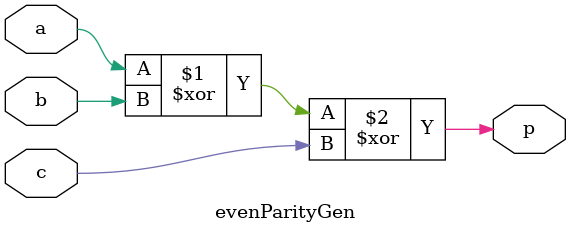
<source format=v>
`timescale 1ns / 1ps


module evenParityGen(
    input a,
    input b,
    input c,
    output p
    );
    assign p=(a^b^c);
endmodule

</source>
